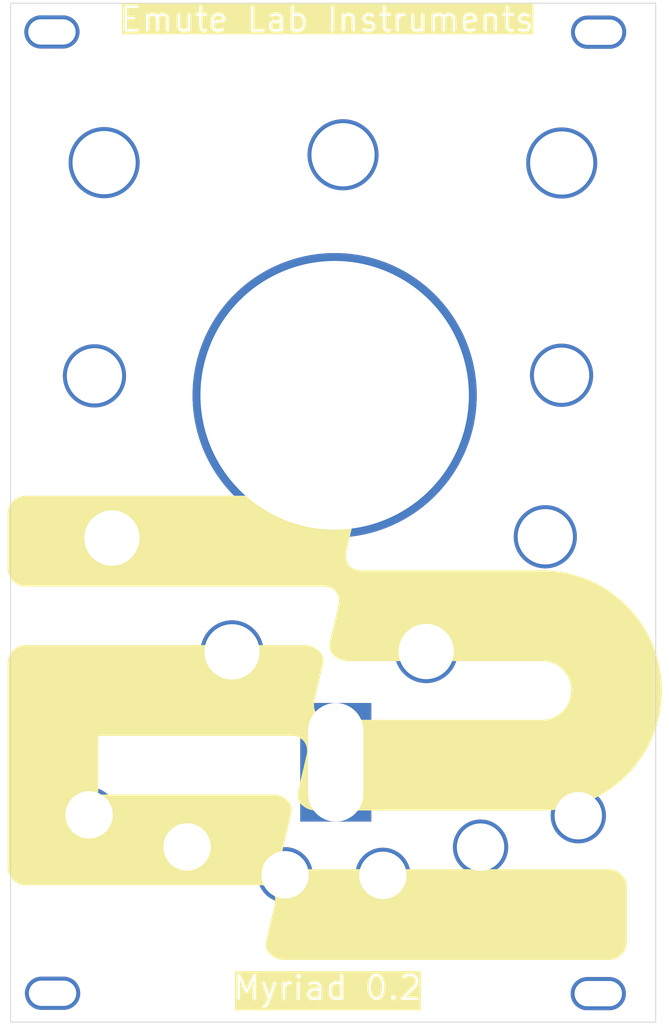
<source format=kicad_pcb>
(kicad_pcb (version 20240108) (generator "pcbnew") (generator_version "8.0")
  (layers (0 "F.Cu" signal) (31 "B.Cu" jumper) (34 "B.Paste" user) (35 "F.Paste" user) (36 "B.SilkS" user "B.Silkscreen") (37 "F.SilkS" user "F.Silkscreen") (38 "B.Mask" user) (39 "F.Mask" user) (44 "Edge.Cuts" user))
  (net 0 "")
  (footprint "benjiaomodular:PanelHole_Potentiometer_RV09" (layer "F.Cu") (at 159.74 121.43 180)
    (property "Reference" "REF**" (hide yes))
    (property "Value" "PanelHole_Potentiometer_RV09" (hide yes))
    (pad "" np_thru_hole rect (at 7.5 2.5 270) (size 15 9) (drill oval 15 7) (layers "F&B.Cu" "*.Mask"))
  )
  (footprint "benjiaomodular:PanelHole_AudioJack_3.5mm" (layer "F.Cu") (at 170.58 123.170001)
    (property "Reference" "REF**" (hide yes))
    (property "Value" "PanelHole_AudioJack_3.5mm")
    (pad "" thru_hole circle (at 0 6.5 180) (size 7 7) (drill 6) (layers "*.Cu" "*.Mask"))
  )
  (footprint "benjiaomodular:MountingHole_M3" (layer "F.Cu") (at 185.53 26.54)
    (property "Reference" "REF**" (hide yes))
    (property "Value" "MountingHole_M3")
    (pad "" thru_hole oval (at 0 0) (size 7 4.2) (drill oval 6 3.2) (layers "*.Cu" "*.Mask"))
  )
  (footprint "emutelab:PanelHole_Encoder" (layer "F.Cu") (at 178.36 50.5925 90)
    (property "Reference" "REF**" (hide yes))
    (property "Value" "PanelHole_Encoder" (hide yes))
    (pad "" thru_hole circle (at 7.5 2.5 180) (size 9 9) (drill 8) (layers "*.Cu" "*.Mask"))
  )
  (footprint "benjiaomodular:PanelHole_AudioJack_3.5mm" (layer "F.Cu") (at 133.41 123.150001)
    (property "Reference" "REF**" (hide yes))
    (property "Value" "PanelHole_AudioJack_3.5mm")
    (pad "" thru_hole circle (at 0 6.5 180) (size 7 7) (drill 6) (layers "*.Cu" "*.Mask"))
  )
  (footprint "benjiaomodular:PanelHole_AudioJack_3.5mm" (layer "F.Cu") (at 182.96 119.190001)
    (property "Reference" "REF**" (hide yes))
    (property "Value" "PanelHole_AudioJack_3.5mm")
    (pad "" thru_hole circle (at 0 6.5 180) (size 7 7) (drill 6) (layers "*.Cu" "*.Mask"))
  )
  (footprint "benjiaomodular:MountingHole_M3" (layer "F.Cu") (at 185.49 148.21)
    (property "Reference" "REF**" (hide yes))
    (property "Value" "MountingHole_M3")
    (pad "" thru_hole oval (at 0 0) (size 7 4.2) (drill oval 6 3.2) (layers "*.Cu" "*.Mask"))
  )
  (footprint "emutelab:PanelHole_Encoder" (layer "F.Cu") (at 120.4 50.55 90)
    (property "Reference" "REF**" (hide yes))
    (property "Value" "PanelHole_Encoder" (hide yes))
    (pad "" thru_hole circle (at 7.5 2.5 180) (size 9 9) (drill 8) (layers "*.Cu" "*.Mask"))
  )
  (footprint "benjiaomodular:PanelHole_AudioJack_3.5mm" (layer "F.Cu") (at 145.82 126.670001)
    (property "Reference" "REF**" (hide yes))
    (property "Value" "PanelHole_AudioJack_3.5mm")
    (pad "" thru_hole circle (at 0 6.5 180) (size 7 7) (drill 6) (layers "*.Cu" "*.Mask"))
  )
  (footprint "benjiaomodular:PanelHole_Potentiometer_RV09" (layer "F.Cu") (at 176.28 97.8925 90)
    (property "Reference" "REF**" (hide yes))
    (property "Value" "PanelHole_Potentiometer_RV09" (hide yes))
    (pad "" thru_hole circle (at 7.5 2.5 180) (size 8 8) (drill 7) (layers "*.Cu" "*.Mask"))
  )
  (footprint "benjiaomodular:MountingHole_M3" (layer "F.Cu") (at 116.29 26.51)
    (property "Reference" "REF**" (hide yes))
    (property "Value" "MountingHole_M3")
    (pad "" thru_hole oval (at 0 0) (size 7 4.2) (drill oval 6 3.2) (layers "*.Cu" "*.Mask"))
  )
  (footprint "benjiaomodular:PanelHole_Potentiometer_RV09" (layer "F.Cu") (at 178.34 77.4525 90)
    (property "Reference" "REF**" (hide yes))
    (property "Value" "PanelHole_Potentiometer_RV09" (hide yes))
    (pad "" thru_hole circle (at 7.5 2.5 180) (size 8 8) (drill 7) (layers "*.Cu" "*.Mask"))
  )
  (footprint "benjiaomodular:PanelHole_Potentiometer_RV09" (layer "F.Cu") (at 136.6 112.46 90)
    (property "Reference" "REF**" (hide yes))
    (property "Value" "PanelHole_Potentiometer_RV09" (hide yes))
    (pad "" thru_hole circle (at 7.5 2.5 180) (size 8 8) (drill 7) (layers "*.Cu" "*.Mask"))
  )
  (footprint "benjiaomodular:MountingHole_M3" (layer "F.Cu") (at 116.37 148.16)
    (property "Reference" "REF**" (hide yes))
    (property "Value" "MountingHole_M3")
    (pad "" thru_hole oval (at 0 0) (size 7 4.2) (drill oval 6 3.2) (layers "*.Cu" "*.Mask"))
  )
  (footprint "benjiaomodular:PanelHole_Potentiometer_RV09" (layer "F.Cu") (at 119.18 77.53 90)
    (property "Reference" "REF**" (hide yes))
    (property "Value" "PanelHole_Potentiometer_RV09" (hide yes))
    (pad "" thru_hole circle (at 7.5 2.5 180) (size 8 8) (drill 7) (layers "*.Cu" "*.Mask"))
  )
  (footprint "benjiaomodular:PanelHole_AudioJack_3.5mm" (layer "F.Cu") (at 121 119.08)
    (property "Reference" "REF**" (hide yes))
    (property "Value" "PanelHole_AudioJack_3.5mm")
    (pad "" thru_hole circle (at 0 6.5 180) (size 7 7) (drill 6) (layers "*.Cu" "*.Mask"))
  )
  (footprint "emutelab:PanelHole_Screen_Round_TFT" (layer "F.Cu") (at 144.6 69.99)
    (property "Reference" "REF**" (hide yes))
    (property "Value" "PanelHole_Screen_Round_TFT" (hide yes))
    (pad "" np_thru_hole circle (at 7.5 2.5 90) (size 36 36) (drill 34) (layers "F&B.Cu" "*.Mask"))
  )
  (footprint "benjiaomodular:PanelHole_Potentiometer_RV09" (layer "F.Cu") (at 161.19 112.4125 90)
    (property "Reference" "REF**" (hide yes))
    (property "Value" "PanelHole_Potentiometer_RV09" (hide yes))
    (pad "" thru_hole circle (at 7.5 2.5 180) (size 8 8) (drill 7) (layers "*.Cu" "*.Mask"))
  )
  (footprint "benjiaomodular:PanelHole_Potentiometer_RV09" (layer "F.Cu") (at 121.39 98.0525 90)
    (property "Reference" "REF**" (hide yes))
    (property "Value" "PanelHole_Potentiometer_RV09" (hide yes))
    (pad "" thru_hole circle (at 7.5 2.5 180) (size 8 8) (drill 7) (layers "*.Cu" "*.Mask"))
  )
  (footprint "benjiaomodular:PanelHole_AudioJack_3.5mm" (layer "F.Cu") (at 158.21 126.740001)
    (property "Reference" "REF**" (hide yes))
    (property "Value" "PanelHole_AudioJack_3.5mm")
    (pad "" thru_hole circle (at 0 6.5 180) (size 7 7) (drill 6) (layers "*.Cu" "*.Mask"))
  )
  (footprint "emutelab:PanelHole_Encoder" (layer "F.Cu") (at 150.66 49.5525 90)
    (property "Reference" "REF**" (hide yes))
    (property "Value" "PanelHole_Encoder" (hide yes))
    (pad "" thru_hole circle (at 7.5 2.5 180) (size 9 9) (drill 8) (layers "*.Cu" "*.Mask"))
  )
  (gr_poly (pts (xy 152.528274 85.200234) (xy 152.646318 85.209001) (xy 152.764134 85.223442) (xy 152.881413 85.243418) (xy 152.997847 85.268788) (xy 153.113128 85.299414) (xy 153.226947 85.335156) (xy 153.338998 85.375875) (xy 153.448971 85.42143) (xy 153.556559 85.471683) (xy 153.661452 85.526493) (xy 153.763345 85.585722) (xy 153.861927 85.64923) (xy 153.956891 85.716877) (xy 154.047929 85.788524) (xy 154.134733 85.864031) (xy 154.216994 85.943258) (xy 154.294405 86.026067) (xy 154.366658 86.112318) (xy 154.433443 86.20187) (xy 154.494454 86.294586) (xy 154.549382 86.390324) (xy 154.597919 86.488946) (xy 154.639756 86.590312) (xy 154.674587 86.694282) (xy 154.702101 86.800717) (xy 154.721993 86.909478) (xy 154.733952 87.020425) (xy 154.737672 87.133418) (xy 154.732844 87.248318) (xy 154.71916 87.364985) (xy 154.696312 87.48328) (xy 153.553314 92.375428) (xy 153.536311 92.492055) (xy 153.525404 92.607189) (xy 153.520473 92.720684) (xy 153.521399 92.832396) (xy 153.528061 92.94218) (xy 153.540338 93.049891) (xy 153.558112 93.155384) (xy 153.581261 93.258514) (xy 153.609665 93.359137) (xy 153.643205 93.457107) (xy 153.68176 93.55228) (xy 153.725209 93.644511) (xy 153.773434 93.733655) (xy 153.826314 93.819567) (xy 153.883728 93.902102) (xy 153.945556 93.981116) (xy 154.011679 94.056463) (xy 154.081976 94.127999) (xy 154.156327 94.195579) (xy 154.234612 94.259058) (xy 154.316711 94.318291) (xy 154.402503 94.373133) (xy 154.491869 94.42344) (xy 154.584688 94.469066) (xy 154.68084 94.509867) (xy 154.780205 94.545698) (xy 154.882663 94.576414) (xy 154.988094 94.601869) (xy 155.096377 94.621921) (xy 155.207393 94.636422) (xy 155.321021 94.64523) (xy 155.437141 94.648197) (xy 178.352707 94.648197) (xy 179.133529 94.668012) (xy 179.904228 94.726815) (xy 180.663841 94.823643) (xy 181.411407 94.957532) (xy 182.145964 95.12752) (xy 182.86655 95.332644) (xy 183.572204 95.57194) (xy 184.261964 95.844444) (xy 184.934869 96.149195) (xy 185.589956 96.485229) (xy 186.226265 96.851583) (xy 186.842833 97.247294) (xy 187.438699 97.671398) (xy 188.012901 98.122933) (xy 188.564477 98.600935) (xy 189.092466 99.104441) (xy 189.595906 99.632488) (xy 190.073836 100.184114) (xy 190.525294 100.758354) (xy 190.949317 101.354246) (xy 191.344945 101.970827) (xy 191.711216 102.607134) (xy 192.047168 103.262202) (xy 192.35184 103.93507) (xy 192.624269 104.624775) (xy 192.863495 105.330352) (xy 193.068555 106.050839) (xy 193.238488 106.785274) (xy 193.372332 107.532691) (xy 193.469125 108.29213) (xy 193.527906 109.062626) (xy 193.547714 109.843216) (xy 193.527899 110.623799) (xy 193.469096 111.394273) (xy 193.372268 112.153676) (xy 193.238379 112.901045) (xy 193.068391 113.63542) (xy 192.863267 114.355836) (xy 192.623972 115.061334) (xy 192.351467 115.750949) (xy 192.046716 116.42372) (xy 191.710682 117.078686) (xy 191.344328 117.714883) (xy 190.948617 118.33135) (xy 190.524513 118.927124) (xy 190.072978 119.501243) (xy 189.594977 120.052746) (xy 189.09147 120.58067) (xy 188.563423 121.084052) (xy 188.011798 121.561931) (xy 187.437558 122.013345) (xy 186.841666 122.437332) (xy 186.225086 122.832928) (xy 185.58878 123.199173) (xy 184.933712 123.535103) (xy 184.260844 123.839757) (xy 183.571141 124.112173) (xy 182.865564 124.351389) (xy 182.145078 124.556442) (xy 181.410644 124.72637) (xy 180.663228 124.860211) (xy 179.90379 124.957003) (xy 179.133296 125.015784) (xy 178.352707 125.035591) (xy 149.719497 125.035591) (xy 149.601525 125.032646) (xy 149.483459 125.0239) (xy 149.365609 125.009493) (xy 149.248285 124.989563) (xy 149.131795 124.964247) (xy 149.016451 124.933684) (xy 148.902561 124.898012) (xy 148.790436 124.857369) (xy 148.680383 124.811893) (xy 148.572714 124.761721) (xy 148.467738 124.706993) (xy 148.365763 124.647846) (xy 148.267101 124.584418) (xy 148.17206 124.516848) (xy 148.08095 124.445273) (xy 147.99408 124.369831) (xy 147.911761 124.290661) (xy 147.834301 124.207901) (xy 147.762011 124.121688) (xy 147.695199 124.032161) (xy 147.634176 123.939458) (xy 147.579251 123.843717) (xy 147.530733 123.745076) (xy 147.488933 123.643673) (xy 147.454159 123.539646) (xy 147.426721 123.433133) (xy 147.40693 123.324273) (xy 147.395093 123.213203) (xy 147.391522 123.100061) (xy 147.396526 122.984986) (xy 147.410413 122.868116) (xy 147.433494 122.749588) (xy 148.573845 117.868019) (xy 148.591329 117.750896) (xy 148.602685 117.635267) (xy 148.608034 117.521279) (xy 148.607496 117.409077) (xy 148.601191 117.298807) (xy 148.589239 117.190614) (xy 148.57176 117.084646) (xy 148.548875 116.981046) (xy 148.520703 116.879962) (xy 148.487365 116.78154) (xy 148.44898 116.685924) (xy 148.40567 116.593261) (xy 148.357553 116.503697) (xy 148.304751 116.417377) (xy 148.247383 116.334447) (xy 148.185569 116.255054) (xy 148.119431 116.179342) (xy 148.049087 116.107458) (xy 147.974658 116.039548) (xy 147.896264 115.975757) (xy 147.814025 115.916232) (xy 147.728062 115.861117) (xy 147.638495 115.81056) (xy 147.545443 115.764705) (xy 147.449027 115.723699) (xy 147.349367 115.687687) (xy 147.246583 115.656815) (xy 147.140795 115.631229) (xy 147.032124 115.611076) (xy 146.920689 115.5965) (xy 146.806611 115.587647) (xy 146.69001 115.584664) (xy 122.155197 115.584664) (xy 122.155197 123.008873) (xy 144.33786 123.008873) (xy 144.455825 123.011827) (xy 144.573869 123.020594) (xy 144.691685 123.035035) (xy 144.808964 123.05501) (xy 144.925398 123.080381) (xy 145.040679 123.111007) (xy 145.154499 123.146749) (xy 145.266549 123.187468) (xy 145.376522 123.233024) (xy 145.48411 123.283276) (xy 145.589004 123.338087) (xy 145.690896 123.397317) (xy 145.789478 123.460825) (xy 145.884442 123.528472) (xy 145.97548 123.600119) (xy 146.062284 123.675626) (xy 146.144546 123.754854) (xy 146.221957 123.837663) (xy 146.294209 123.923914) (xy 146.360995 124.013467) (xy 146.422005 124.106182) (xy 146.476933 124.201921) (xy 146.52547 124.300543) (xy 146.567308 124.401909) (xy 146.602138 124.505879) (xy 146.629653 124.612314) (xy 146.649544 124.721075) (xy 146.661504 124.832022) (xy 146.665223 124.945015) (xy 146.660395 125.059914) (xy 146.646711 125.176582) (xy 146.623863 125.294876) (xy 145.480865 130.18702) (xy 145.463854 130.303647) (xy 145.452926 130.418781) (xy 145.447962 130.532277) (xy 145.448842 130.64399) (xy 145.455449 130.753774) (xy 145.467663 130.861485) (xy 145.485367 130.966978) (xy 145.508441 131.070109) (xy 145.536766 131.170732) (xy 145.570224 131.268702) (xy 145.608697 131.363875) (xy 145.652065 131.456106) (xy 145.70021 131.54525) (xy 145.753013 131.631162) (xy 145.810355 131.713698) (xy 145.872119 131.792712) (xy 145.938184 131.868059) (xy 146.008433 131.939595) (xy 146.082746 132.007175) (xy 146.161005 132.070654) (xy 146.243092 132.129887) (xy 146.328887 132.184729) (xy 146.418272 132.235036) (xy 146.511128 132.280662) (xy 146.607337 132.321463) (xy 146.70678 132.357294) (xy 146.809338 132.388009) (xy 146.914892 132.413465) (xy 147.023324 132.433517) (xy 147.134515 132.448018) (xy 147.248347 132.456825) (xy 147.3647 132.459793) (xy 186.829941 132.459793) (xy 186.947313 132.462777) (xy 187.06319 132.47163) (xy 187.177425 132.486207) (xy 187.28987 132.506364) (xy 187.400379 132.531954) (xy 187.508806 132.562833) (xy 187.615003 132.598855) (xy 187.718823 132.639875) (xy 187.82012 132.685747) (xy 187.918748 132.736326) (xy 188.014559 132.791467) (xy 188.107406 132.851024) (xy 188.197143 132.914853) (xy 188.283623 132.982807) (xy 188.366699 133.054741) (xy 188.446224 133.130511) (xy 188.522052 133.20997) (xy 188.594035 133.292973) (xy 188.662028 133.379376) (xy 188.725883 133.469032) (xy 188.785454 133.561796) (xy 188.840593 133.657524) (xy 188.891153 133.756069) (xy 188.936989 133.857287) (xy 188.977954 133.961031) (xy 189.0139 134.067157) (xy 189.04468 134.175519) (xy 189.070149 134.285973) (xy 189.090158 134.398372) (xy 189.104562 134.512571) (xy 189.113214 134.628425) (xy 189.115966 134.745789) (xy 189.115966 141.656716) (xy 189.112976 141.773847) (xy 189.104101 141.889499) (xy 189.089489 142.003523) (xy 189.069287 142.115774) (xy 189.043641 142.226105) (xy 189.012699 142.334368) (xy 188.976607 142.440417) (xy 188.935511 142.544106) (xy 188.88956 142.645286) (xy 188.838898 142.743813) (xy 188.783674 142.839538) (xy 188.724035 142.932315) (xy 188.660126 143.021997) (xy 188.592094 143.108438) (xy 188.520087 143.191491) (xy 188.444252 143.271008) (xy 188.364734 143.346843) (xy 188.281681 143.41885) (xy 188.19524 143.486881) (xy 188.105558 143.550789) (xy 188.01278 143.610429) (xy 187.917055 143.665652) (xy 187.818528 143.716313) (xy 187.717347 143.762265) (xy 187.613658 143.80336) (xy 187.507609 143.839452) (xy 187.399345 143.870394) (xy 187.289015 143.896039) (xy 187.176764 143.916242) (xy 187.062739 143.930853) (xy 186.947087 143.939728) (xy 186.829956 143.942719) (xy 145.679313 143.942719) (xy 145.678319 143.942689) (xy 145.67732 143.942605) (xy 145.676315 143.942475) (xy 145.675298 143.942305) (xy 145.673214 143.941881) (xy 145.671038 143.941395) (xy 145.668739 143.940909) (xy 145.667534 143.940685) (xy 145.666285 143.940485) (xy 145.664991 143.940316) (xy 145.663646 143.940185) (xy 145.662247 143.940101) (xy 145.660789 143.940071) (xy 145.543584 143.936187) (xy 145.426325 143.926609) (xy 145.309319 143.91147) (xy 145.192869 143.890907) (xy 145.07728 143.865053) (xy 144.962855 143.834044) (xy 144.849899 143.798013) (xy 144.738716 143.757096) (xy 144.62961 143.711428) (xy 144.522886 143.661142) (xy 144.418848 143.606374) (xy 144.3178 143.547259) (xy 144.220046 143.483931) (xy 144.125891 143.416524) (xy 144.035639 143.345174) (xy 143.949594 143.270015) (xy 143.86806 143.191182) (xy 143.791342 143.108809) (xy 143.719744 143.023032) (xy 143.65357 142.933984) (xy 143.593124 142.841801) (xy 143.53871 142.746617) (xy 143.490634 142.648566) (xy 143.449198 142.547785) (xy 143.414708 142.444407) (xy 143.387468 142.338566) (xy 143.367781 142.230399) (xy 143.355952 142.120038) (xy 143.352286 142.00762) (xy 143.357086 141.893278) (xy 143.370657 141.777148) (xy 143.393303 141.659363) (xy 143.393303 141.656716) (xy 144.536308 136.769867) (xy 144.553552 136.652991) (xy 144.564683 136.53761) (xy 144.569823 136.423867) (xy 144.569091 136.31191) (xy 144.562608 136.201883) (xy 144.550493 136.093931) (xy 144.532867 135.9882) (xy 144.509849 135.884835) (xy 144.481561 135.783982) (xy 144.448122 135.685785) (xy 144.409652 135.590391) (xy 144.366271 135.497944) (xy 144.318101 135.40859) (xy 144.26526 135.322475) (xy 144.207868 135.239742) (xy 144.146047 135.160539) (xy 144.079916 135.08501) (xy 144.009596 135.0133) (xy 143.935206 134.945555) (xy 143.856866 134.881921) (xy 143.774697 134.822542) (xy 143.688819 134.767564) (xy 143.599353 134.717132) (xy 143.506417 134.671392) (xy 143.410133 134.630488) (xy 143.31062 134.594567) (xy 143.207999 134.563774) (xy 143.10239 134.538253) (xy 142.993912 134.518151) (xy 142.882687 134.503612) (xy 142.768834 134.494782) (xy 142.652473 134.491806) (xy 112.95829 134.491806) (xy 112.841158 134.488815) (xy 112.725507 134.479941) (xy 112.611482 134.465329) (xy 112.499231 134.445127) (xy 112.388901 134.419481) (xy 112.280637 134.388539) (xy 112.174588 134.352447) (xy 112.0709 134.311351) (xy 111.969719 134.2654) (xy 111.871193 134.214738) (xy 111.775468 134.159515) (xy 111.68269 134.099875) (xy 111.593008 134.035966) (xy 111.506567 133.967935) (xy 111.423515 133.895928) (xy 111.343998 133.820092) (xy 111.268162 133.740575) (xy 111.196156 133.657523) (xy 111.128125 133.571082) (xy 111.064216 133.481399) (xy 111.004577 133.388622) (xy 110.949353 133.292897) (xy 110.898692 133.194371) (xy 110.852741 133.09319) (xy 110.811646 132.989502) (xy 110.775554 132.883453) (xy 110.744611 132.77519) (xy 110.718966 132.66486) (xy 110.698764 132.552609) (xy 110.684152 132.438585) (xy 110.675278 132.322934) (xy 110.672287 132.205803) (xy 110.672287 106.387764) (xy 110.675278 106.270633) (xy 110.684152 106.154982) (xy 110.698764 106.040958) (xy 110.718966 105.928708) (xy 110.744611 105.818378) (xy 110.775554 105.710115) (xy 110.811646 105.604066) (xy 110.852741 105.500378) (xy 110.898692 105.399197) (xy 110.949353 105.300671) (xy 111.004577 105.204945) (xy 111.064216 105.112168) (xy 111.128125 105.022486) (xy 111.196156 104.936045) (xy 111.268162 104.852992) (xy 111.343998 104.773475) (xy 111.423515 104.697639) (xy 111.506567 104.625633) (xy 111.593008 104.557602) (xy 111.68269 104.493693) (xy 111.775468 104.434053) (xy 111.871193 104.378829) (xy 111.969719 104.328168) (xy 112.0709 104.282216) (xy 112.174588 104.241121) (xy 112.280637 104.205029) (xy 112.388901 104.174086) (xy 112.499231 104.148441) (xy 112.611482 104.128239) (xy 112.725507 104.113627) (xy 112.841158 104.104752) (xy 112.95829 104.101761) (xy 148.370117 104.101761) (xy 148.488082 104.104714) (xy 148.606126 104.113481) (xy 148.723942 104.127923) (xy 148.841221 104.147898) (xy 148.957655 104.173269) (xy 149.072936 104.203895) (xy 149.186756 104.239637) (xy 149.298806 104.280356) (xy 149.408779 104.325911) (xy 149.516367 104.376164) (xy 149.621261 104.430975) (xy 149.723153 104.490204) (xy 149.821735 104.553712) (xy 149.916699 104.62136) (xy 150.007737 104.693007) (xy 150.094541 104.768514) (xy 150.176803 104.847742) (xy 150.254214 104.930551) (xy 150.326466 105.016802) (xy 150.393252 105.106355) (xy 150.454263 105.19907) (xy 150.50919 105.294808) (xy 150.557727 105.39343) (xy 150.599565 105.494796) (xy 150.634395 105.598767) (xy 150.66191 105.705202) (xy 150.681801 105.813963) (xy 150.693761 105.92491) (xy 150.69748 106.037903) (xy 150.692652 106.152802) (xy 150.678968 106.269469) (xy 150.65612 106.387764) (xy 149.513122 111.279907) (xy 149.496118 111.396535) (xy 149.485211 111.511669) (xy 149.48028 111.625165) (xy 149.481205 111.736877) (xy 149.487867 111.846661) (xy 149.500144 111.954372) (xy 149.517917 112.059865) (xy 149.541066 112.162995) (xy 149.56947 112.263618) (xy 149.60301 112.361588) (xy 149.641564 112.456761) (xy 149.685014 112.548992) (xy 149.733239 112.638135) (xy 149.786119 112.724047) (xy 149.843533 112.806582) (xy 149.905362 112.885596) (xy 149.971485 112.960943) (xy 150.041782 113.032478) (xy 150.116133 113.100058) (xy 150.194418 113.163536) (xy 150.276517 113.222769) (xy 150.36231 113.277611) (xy 150.451676 113.327917) (xy 150.544495 113.373543) (xy 150.640647 113.414344) (xy 150.740013 113.450175) (xy 150.842471 113.48089) (xy 150.947902 113.506346) (xy 151.056185 113.526397) (xy 151.167201 113.540899) (xy 151.280829 113.549706) (xy 151.396949 113.552674) (xy 178.347412 113.552674) (xy 178.538238 113.54783) (xy 178.726581 113.533455) (xy 178.912207 113.509785) (xy 179.094882 113.477056) (xy 179.274371 113.435504) (xy 179.450439 113.385365) (xy 179.622853 113.326874) (xy 179.791377 113.260269) (xy 179.955778 113.185783) (xy 180.11582 113.103655) (xy 180.271269 113.014119) (xy 180.421891 112.917412) (xy 180.567451 112.813769) (xy 180.707715 112.703426) (xy 180.842448 112.586619) (xy 180.971416 112.463585) (xy 181.094385 112.334559) (xy 181.211119 112.199777) (xy 181.321384 112.059475) (xy 181.424947 111.913889) (xy 181.521572 111.763254) (xy 181.611025 111.607808) (xy 181.693072 111.447785) (xy 181.767477 111.283422) (xy 181.834007 111.114954) (xy 181.892427 110.942618) (xy 181.942503 110.76665) (xy 181.984 110.587284) (xy 182.016683 110.404759) (xy 182.040319 110.219308) (xy 182.054672 110.031169) (xy 182.059509 109.840576) (xy 182.054665 109.649751) (xy 182.04029 109.461408) (xy 182.01662 109.275783) (xy 181.98389 109.093108) (xy 181.942338 108.913619) (xy 181.892199 108.737551) (xy 181.833708 108.565137) (xy 181.767102 108.396613) (xy 181.692616 108.232213) (xy 181.610487 108.07217) (xy 181.520951 107.916721) (xy 181.424243 107.766098) (xy 181.320599 107.620538) (xy 181.210256 107.480273) (xy 181.093449 107.34554) (xy 180.970415 107.216571) (xy 180.841388 107.093602) (xy 180.706606 106.976867) (xy 180.566304 106.866601) (xy 180.420717 106.763038) (xy 180.270083 106.666412) (xy 180.114636 106.576959) (xy 179.954614 106.494912) (xy 179.790251 106.420506) (xy 179.621783 106.353975) (xy 179.449448 106.295555) (xy 179.27348 106.245478) (xy 179.094115 106.203981) (xy 178.91159 106.171298) (xy 178.726141 106.147662) (xy 178.538003 106.133308) (xy 178.347412 106.128472) (xy 153.749099 106.128472) (xy 153.631128 106.125518) (xy 153.513062 106.116751) (xy 153.395213 106.10231) (xy 153.277889 106.082335) (xy 153.1614 106.056964) (xy 153.046056 106.026338) (xy 152.932167 105.990596) (xy 152.820041 105.949877) (xy 152.709989 105.904321) (xy 152.60232 105.854068) (xy 152.497343 105.799258) (xy 152.395369 105.740028) (xy 152.296706 105.67652) (xy 152.201665 105.608873) (xy 152.110555 105.537226) (xy 152.023685 105.461719) (xy 151.941366 105.382491) (xy 151.863906 105.299682) (xy 151.791615 105.213431) (xy 151.724803 105.123878) (xy 151.66378 105.031163) (xy 151.608854 104.935424) (xy 151.560336 104.836802) (xy 151.518536 104.735436) (xy 151.483762 104.631466) (xy 151.456324 104.525031) (xy 151.436532 104.41627) (xy 151.424696 104.305323) (xy 151.421124 104.19233) (xy 151.426128 104.07743) (xy 151.440015 103.960763) (xy 151.463096 103.842469) (xy 152.603454 98.960903) (xy 152.620938 98.84378) (xy 152.632295 98.728151) (xy 152.637644 98.614162) (xy 152.637106 98.50196) (xy 152.630801 98.391689) (xy 152.618848 98.283497) (xy 152.601369 98.177528) (xy 152.578484 98.073929) (xy 152.550311 97.972845) (xy 152.516973 97.874422) (xy 152.478588 97.778806) (xy 152.435277 97.686143) (xy 152.38716 97.596579) (xy 152.334358 97.510259) (xy 152.27699 97.42733) (xy 152.215176 97.347936) (xy 152.149037 97.272225) (xy 152.078693 97.200341) (xy 152.004264 97.132431) (xy 151.92587 97.068641) (xy 151.843632 97.009115) (xy 151.757669 96.954001) (xy 151.668101 96.903443) (xy 151.575049 96.857589) (xy 151.478633 96.816582) (xy 151.378973 96.780571) (xy 151.27619 96.749699) (xy 151.170402 96.724113) (xy 151.061731 96.70396) (xy 150.950297 96.689384) (xy 150.83622 96.680531) (xy 150.719619 96.677548) (xy 112.95829 96.677548) (xy 112.841158 96.674557) (xy 112.725507 96.665682) (xy 112.611482 96.65107) (xy 112.499231 96.630868) (xy 112.388901 96.605223) (xy 112.280637 96.574281) (xy 112.174588 96.538189) (xy 112.0709 96.497094) (xy 111.969719 96.451142) (xy 111.871193 96.400482) (xy 111.775468 96.345258) (xy 111.68269 96.285618) (xy 111.593008 96.22171) (xy 111.506567 96.153679) (xy 111.423515 96.081672) (xy 111.343998 96.005837) (xy 111.268162 95.92632) (xy 111.196156 95.843268) (xy 111.128125 95.756827) (xy 111.064216 95.667145) (xy 111.004577 95.574368) (xy 110.949353 95.478643) (xy 110.898692 95.380117) (xy 110.852741 95.278936) (xy 110.811646 95.175248) (xy 110.775554 95.069199) (xy 110.744611 94.960936) (xy 110.718966 94.850606) (xy 110.698764 94.738355) (xy 110.684152 94.624331) (xy 110.675278 94.50868) (xy 110.672287 94.391548) (xy 110.672287 87.48328) (xy 110.675278 87.366149) (xy 110.684152 87.250498) (xy 110.698764 87.136474) (xy 110.718966 87.024223) (xy 110.744611 86.913893) (xy 110.775554 86.80563) (xy 110.811646 86.699581) (xy 110.852741 86.595893) (xy 110.898692 86.494712) (xy 110.949353 86.396186) (xy 111.004577 86.300461) (xy 111.064216 86.207684) (xy 111.128125 86.118002) (xy 111.196156 86.031561) (xy 111.268162 85.948509) (xy 111.343998 85.868992) (xy 111.423515 85.793156) (xy 111.506567 85.72115) (xy 111.593008 85.653119) (xy 111.68269 85.58921) (xy 111.775468 85.529571) (xy 111.871193 85.474347) (xy 111.969719 85.423686) (xy 112.0709 85.377735) (xy 112.174588 85.33664) (xy 112.280637 85.300548) (xy 112.388901 85.269606) (xy 112.499231 85.24396) (xy 112.611482 85.223758) (xy 112.725507 85.209147) (xy 112.841158 85.200272) (xy 112.95829 85.197281) (xy 152.410309 85.197281)) (stroke (width -0.000001)) (fill solid) (layer "F.SilkS"))
  (gr_rect (start 111.06 22.87) (end 192.76 151.81) (stroke (width 0.1)) (fill none) (layer "Edge.Cuts"))
  (gr_text "Myriad 0.2\n" (at 139.05 149.23 0) (layer "F.SilkS" knockout) (effects (font (size 3 3) (thickness 0.3) (bold yes)) (justify left bottom)))
  (gr_text "Emute Lab Instruments" (at 124.74 26.7 0) (layer "F.SilkS" knockout) (effects (font (size 3 3) (thickness 0.3) (bold yes)) (justify left bottom)))
)
</source>
